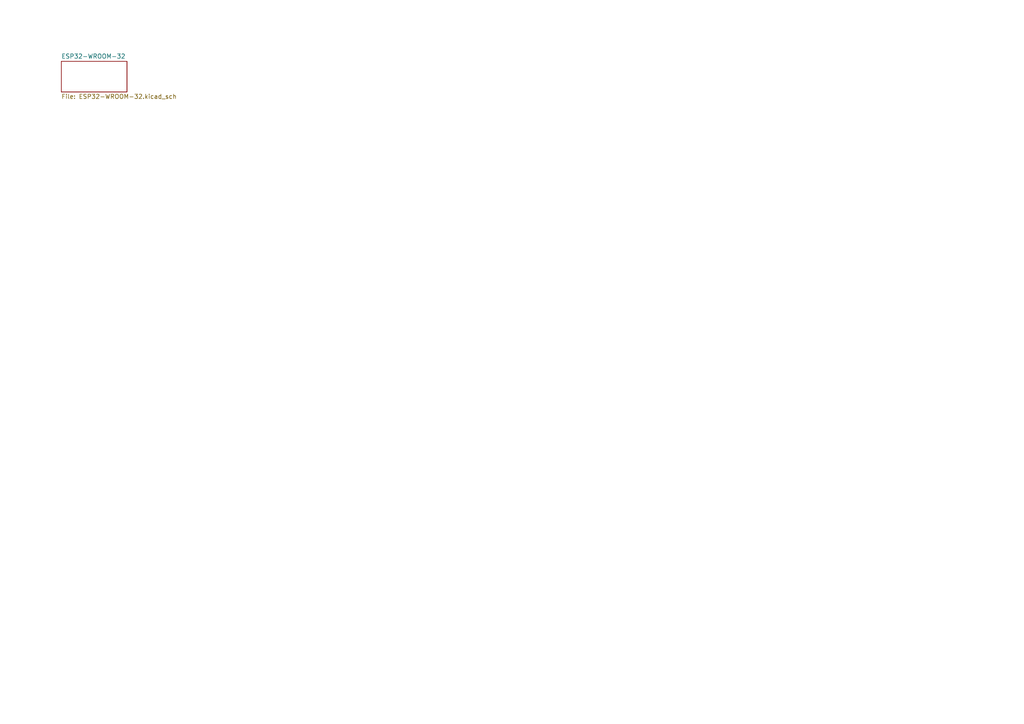
<source format=kicad_sch>
(kicad_sch
	(version 20231120)
	(generator "eeschema")
	(generator_version "8.0")
	(uuid "67e33313-0ce8-4ff5-8d50-46dc6ab8d472")
	(paper "A4")
	(title_block
		(title "Root")
		(company "SafeHat-WorkNet")
	)
	(lib_symbols)
	(sheet
		(at 17.78 17.78)
		(size 19.05 8.89)
		(fields_autoplaced yes)
		(stroke
			(width 0.1524)
			(type solid)
		)
		(fill
			(color 0 0 0 0.0000)
		)
		(uuid "b10fdbae-69f4-4df8-8c58-54772b8ff5c0")
		(property "Sheetname" "ESP32-WROOM-32"
			(at 17.78 17.0684 0)
			(effects
				(font
					(size 1.27 1.27)
				)
				(justify left bottom)
			)
		)
		(property "Sheetfile" "ESP32-WROOM-32.kicad_sch"
			(at 17.78 27.2546 0)
			(effects
				(font
					(size 1.27 1.27)
				)
				(justify left top)
			)
		)
		(instances
			(project "SafeHat_WorkNet"
				(path "/67e33313-0ce8-4ff5-8d50-46dc6ab8d472"
					(page "3")
				)
			)
		)
	)
	(sheet_instances
		(path "/"
			(page "1")
		)
	)
)

</source>
